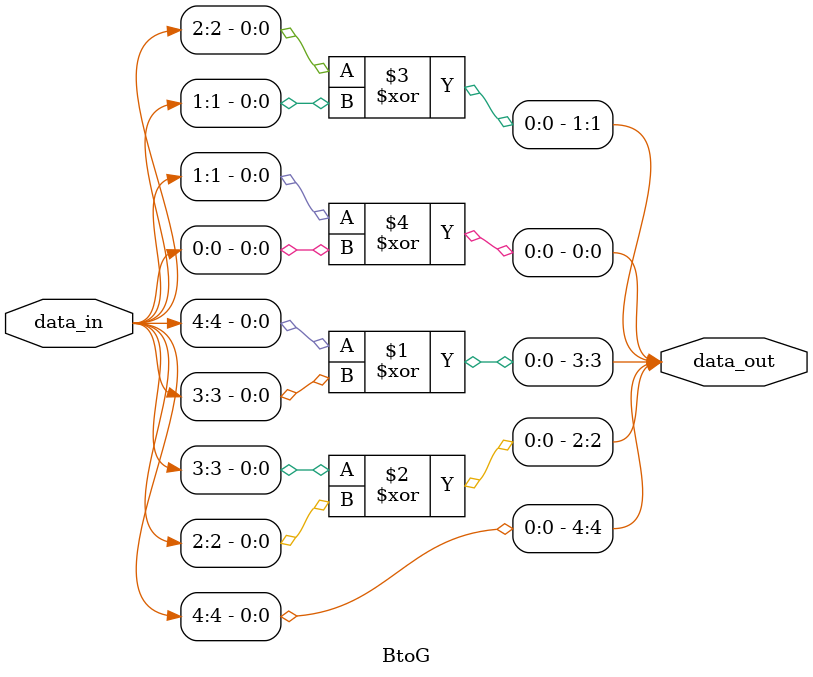
<source format=v>
module BtoG#(parameter WIDTH = 32,
parameter ADDRBITS = 4)
(
    input [ADDRBITS:0] data_in,
    output  [ADDRBITS:0] data_out
);
assign data_out[4] = data_in[4];
assign data_out[3] = data_in[4]^data_in[3];
assign data_out[2] = data_in[3]^data_in[2];
assign data_out[1] = data_in[2]^data_in[1];
assign data_out[0] = data_in[1]^data_in[0];


endmodule
</source>
